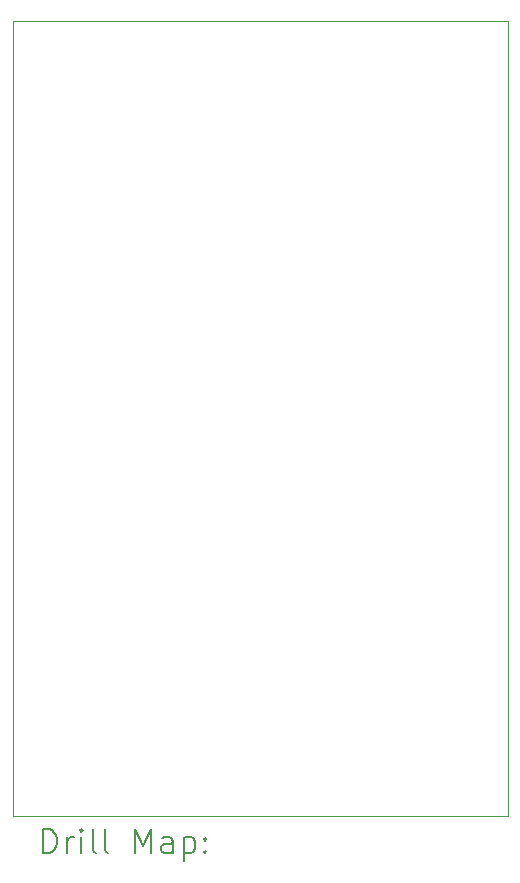
<source format=gbr>
%TF.GenerationSoftware,KiCad,Pcbnew,8.0.6*%
%TF.CreationDate,2025-04-03T12:19:11-05:00*%
%TF.ProjectId,Controller Combiner,436f6e74-726f-46c6-9c65-7220436f6d62,rev?*%
%TF.SameCoordinates,Original*%
%TF.FileFunction,Drillmap*%
%TF.FilePolarity,Positive*%
%FSLAX45Y45*%
G04 Gerber Fmt 4.5, Leading zero omitted, Abs format (unit mm)*
G04 Created by KiCad (PCBNEW 8.0.6) date 2025-04-03 12:19:11*
%MOMM*%
%LPD*%
G01*
G04 APERTURE LIST*
%ADD10C,0.050000*%
%ADD11C,0.200000*%
G04 APERTURE END LIST*
D10*
X11112500Y-5397500D02*
X15303500Y-5397500D01*
X15303500Y-12128500D01*
X11112500Y-12128500D01*
X11112500Y-5397500D01*
D11*
X11370777Y-12442484D02*
X11370777Y-12242484D01*
X11370777Y-12242484D02*
X11418396Y-12242484D01*
X11418396Y-12242484D02*
X11446967Y-12252008D01*
X11446967Y-12252008D02*
X11466015Y-12271055D01*
X11466015Y-12271055D02*
X11475539Y-12290103D01*
X11475539Y-12290103D02*
X11485062Y-12328198D01*
X11485062Y-12328198D02*
X11485062Y-12356769D01*
X11485062Y-12356769D02*
X11475539Y-12394865D01*
X11475539Y-12394865D02*
X11466015Y-12413912D01*
X11466015Y-12413912D02*
X11446967Y-12432960D01*
X11446967Y-12432960D02*
X11418396Y-12442484D01*
X11418396Y-12442484D02*
X11370777Y-12442484D01*
X11570777Y-12442484D02*
X11570777Y-12309150D01*
X11570777Y-12347246D02*
X11580301Y-12328198D01*
X11580301Y-12328198D02*
X11589824Y-12318674D01*
X11589824Y-12318674D02*
X11608872Y-12309150D01*
X11608872Y-12309150D02*
X11627920Y-12309150D01*
X11694586Y-12442484D02*
X11694586Y-12309150D01*
X11694586Y-12242484D02*
X11685062Y-12252008D01*
X11685062Y-12252008D02*
X11694586Y-12261531D01*
X11694586Y-12261531D02*
X11704110Y-12252008D01*
X11704110Y-12252008D02*
X11694586Y-12242484D01*
X11694586Y-12242484D02*
X11694586Y-12261531D01*
X11818396Y-12442484D02*
X11799348Y-12432960D01*
X11799348Y-12432960D02*
X11789824Y-12413912D01*
X11789824Y-12413912D02*
X11789824Y-12242484D01*
X11923158Y-12442484D02*
X11904110Y-12432960D01*
X11904110Y-12432960D02*
X11894586Y-12413912D01*
X11894586Y-12413912D02*
X11894586Y-12242484D01*
X12151729Y-12442484D02*
X12151729Y-12242484D01*
X12151729Y-12242484D02*
X12218396Y-12385341D01*
X12218396Y-12385341D02*
X12285062Y-12242484D01*
X12285062Y-12242484D02*
X12285062Y-12442484D01*
X12466015Y-12442484D02*
X12466015Y-12337722D01*
X12466015Y-12337722D02*
X12456491Y-12318674D01*
X12456491Y-12318674D02*
X12437443Y-12309150D01*
X12437443Y-12309150D02*
X12399348Y-12309150D01*
X12399348Y-12309150D02*
X12380301Y-12318674D01*
X12466015Y-12432960D02*
X12446967Y-12442484D01*
X12446967Y-12442484D02*
X12399348Y-12442484D01*
X12399348Y-12442484D02*
X12380301Y-12432960D01*
X12380301Y-12432960D02*
X12370777Y-12413912D01*
X12370777Y-12413912D02*
X12370777Y-12394865D01*
X12370777Y-12394865D02*
X12380301Y-12375817D01*
X12380301Y-12375817D02*
X12399348Y-12366293D01*
X12399348Y-12366293D02*
X12446967Y-12366293D01*
X12446967Y-12366293D02*
X12466015Y-12356769D01*
X12561253Y-12309150D02*
X12561253Y-12509150D01*
X12561253Y-12318674D02*
X12580301Y-12309150D01*
X12580301Y-12309150D02*
X12618396Y-12309150D01*
X12618396Y-12309150D02*
X12637443Y-12318674D01*
X12637443Y-12318674D02*
X12646967Y-12328198D01*
X12646967Y-12328198D02*
X12656491Y-12347246D01*
X12656491Y-12347246D02*
X12656491Y-12404388D01*
X12656491Y-12404388D02*
X12646967Y-12423436D01*
X12646967Y-12423436D02*
X12637443Y-12432960D01*
X12637443Y-12432960D02*
X12618396Y-12442484D01*
X12618396Y-12442484D02*
X12580301Y-12442484D01*
X12580301Y-12442484D02*
X12561253Y-12432960D01*
X12742205Y-12423436D02*
X12751729Y-12432960D01*
X12751729Y-12432960D02*
X12742205Y-12442484D01*
X12742205Y-12442484D02*
X12732682Y-12432960D01*
X12732682Y-12432960D02*
X12742205Y-12423436D01*
X12742205Y-12423436D02*
X12742205Y-12442484D01*
X12742205Y-12318674D02*
X12751729Y-12328198D01*
X12751729Y-12328198D02*
X12742205Y-12337722D01*
X12742205Y-12337722D02*
X12732682Y-12328198D01*
X12732682Y-12328198D02*
X12742205Y-12318674D01*
X12742205Y-12318674D02*
X12742205Y-12337722D01*
M02*

</source>
